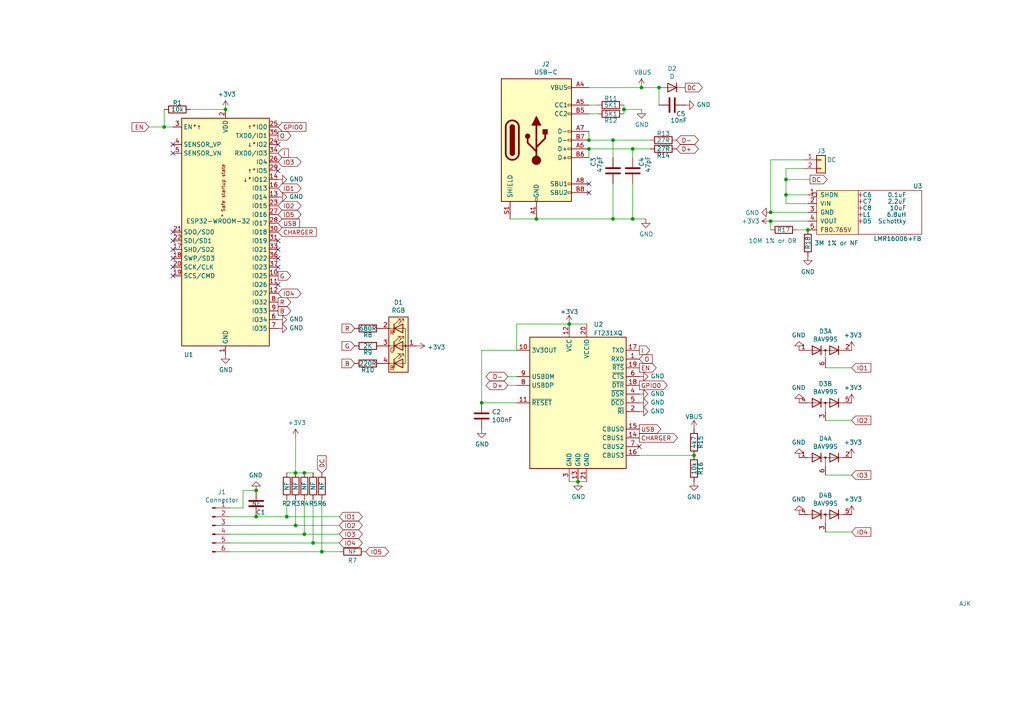
<source format=kicad_sch>
(kicad_sch (version 20211123) (generator eeschema)
  (paper "A4")
  (title_block (title "Generic ESP32 module") (date "${DATE}") (rev "6") (comment 1 "@TheRealRevK") (comment 2 "www.me.uk"))
  (lib_symbols
    (symbol "Connector:Conn_01x06_Male" (pin_names (offset 1.016) hide)
      (property "Reference" "J" (at 0 7.62 0))
      (property "Value" "Conn_01x06_Male" (at 0 -10.16 0))
      (symbol "Conn_01x06_Male_1_1"
        (polyline (pts (xy 1.27 -7.62) (xy 0.8636 -7.62)) (stroke (width 0.1524)))
        (polyline (pts (xy 1.27 -5.08) (xy 0.8636 -5.08)) (stroke (width 0.1524)))
        (polyline (pts (xy 1.27 -2.54) (xy 0.8636 -2.54)) (stroke (width 0.1524)))
        (polyline (pts (xy 1.27 0) (xy 0.8636 0)) (stroke (width 0.1524)))
        (polyline (pts (xy 1.27 2.54) (xy 0.8636 2.54)) (stroke (width 0.1524)))
        (polyline (pts (xy 1.27 5.08) (xy 0.8636 5.08)) (stroke (width 0.1524)))
        (rectangle (start 0.8636 -7.493) (end 0 -7.747) (stroke (width 0.1524)) (fill (type outline)))
        (rectangle (start 0.8636 -4.953) (end 0 -5.207) (stroke (width 0.1524)) (fill (type outline)))
        (rectangle (start 0.8636 -2.413) (end 0 -2.667) (stroke (width 0.1524)) (fill (type outline)))
        (rectangle (start 0.8636 0.127) (end 0 -0.127) (stroke (width 0.1524)) (fill (type outline)))
        (rectangle (start 0.8636 2.667) (end 0 2.413) (stroke (width 0.1524)) (fill (type outline)))
        (rectangle (start 0.8636 5.207) (end 0 4.953) (stroke (width 0.1524)) (fill (type outline)))
        (pin passive line (at 5.08 5.08 180) (length 3.81) (name "Pin_1") (number "1"))
        (pin passive line (at 5.08 2.54 180) (length 3.81) (name "Pin_2") (number "2"))
        (pin passive line (at 5.08 0 180) (length 3.81) (name "Pin_3") (number "3"))
        (pin passive line (at 5.08 -2.54 180) (length 3.81) (name "Pin_4") (number "4"))
        (pin passive line (at 5.08 -5.08 180) (length 3.81) (name "Pin_5") (number "5"))
        (pin passive line (at 5.08 -7.62 180) (length 3.81) (name "Pin_6") (number "6"))
      )
    )
    (symbol "Connector:USB_C_Receptacle_USB2.0" (pin_names (offset 1.016))
      (property "Reference" "J" (at -10.16 19.05 0))
      (property "Value" "USB_C_Receptacle_USB2.0" (at 19.05 19.05 0))
      (symbol "USB_C_Receptacle_USB2.0_0_0"
        (rectangle (start -0.254 -17.78) (end 0.254 -16.764))
        (rectangle (start 10.16 -14.986) (end 9.144 -15.494))
        (rectangle (start 10.16 -12.446) (end 9.144 -12.954))
        (rectangle (start 10.16 -4.826) (end 9.144 -5.334))
        (rectangle (start 10.16 -2.286) (end 9.144 -2.794))
        (rectangle (start 10.16 0.254) (end 9.144 -0.254))
        (rectangle (start 10.16 2.794) (end 9.144 2.286))
        (rectangle (start 10.16 7.874) (end 9.144 7.366))
        (rectangle (start 10.16 10.414) (end 9.144 9.906))
        (rectangle (start 10.16 15.494) (end 9.144 14.986))
      )
      (symbol "USB_C_Receptacle_USB2.0_0_1"
        (rectangle (start -10.16 17.78) (end 10.16 -17.78) (stroke (width 0.254)) (fill (type background)))
        (arc (start -8.89 -3.81) (mid -6.985 -5.715) (end -5.08 -3.81) (stroke (width 0.508)))
        (arc (start -7.62 -3.81) (mid -6.985 -4.445) (end -6.35 -3.81) (stroke (width 0.254)))
        (arc (start -7.62 -3.81) (mid -6.985 -4.445) (end -6.35 -3.81) (stroke (width 0.254)) (fill (type outline)))
        (rectangle (start -7.62 -3.81) (end -6.35 3.81) (stroke (width 0.254)) (fill (type outline)))
        (arc (start -6.35 3.81) (mid -6.985 4.445) (end -7.62 3.81) (stroke (width 0.254)))
        (arc (start -6.35 3.81) (mid -6.985 4.445) (end -7.62 3.81) (stroke (width 0.254)) (fill (type outline)))
        (arc (start -5.08 3.81) (mid -6.985 5.715) (end -8.89 3.81) (stroke (width 0.508)))
        (circle (center -2.54 1.143) (radius 0.635) (stroke (width 0.254)) (fill (type outline)))
        (circle (center 0 -5.842) (radius 1.27) (fill (type outline)))
        (polyline (pts (xy -8.89 -3.81) (xy -8.89 3.81)) (stroke (width 0.508)))
        (polyline (pts (xy -5.08 3.81) (xy -5.08 -3.81)) (stroke (width 0.508)))
        (polyline (pts (xy 0 -5.842) (xy 0 4.318)) (stroke (width 0.508)))
        (polyline (pts (xy 0 -3.302) (xy -2.54 -0.762) (xy -2.54 0.508)) (stroke (width 0.508)))
        (polyline (pts (xy 0 -2.032) (xy 2.54 0.508) (xy 2.54 1.778)) (stroke (width 0.508)))
        (polyline (pts (xy -1.27 4.318) (xy 0 6.858) (xy 1.27 4.318) (xy -1.27 4.318)) (stroke (width 0.254)) (fill (type outline)))
        (rectangle (start 1.905 1.778) (end 3.175 3.048) (stroke (width 0.254)) (fill (type outline)))
      )
      (symbol "USB_C_Receptacle_USB2.0_1_1"
        (pin passive line (at 0 -22.86 90) (length 5.08) (name "GND") (number "A1"))
        (pin passive line (at 0 -22.86 90) (length 5.08) hide (name "GND") (number "A12"))
        (pin passive line (at 15.24 15.24 180) (length 5.08) (name "VBUS") (number "A4"))
        (pin bidirectional line (at 15.24 10.16 180) (length 5.08) (name "CC1") (number "A5"))
        (pin bidirectional line (at 15.24 -2.54 180) (length 5.08) (name "D+") (number "A6"))
        (pin bidirectional line (at 15.24 2.54 180) (length 5.08) (name "D-") (number "A7"))
        (pin bidirectional line (at 15.24 -12.7 180) (length 5.08) (name "SBU1") (number "A8"))
        (pin passive line (at 15.24 15.24 180) (length 5.08) hide (name "VBUS") (number "A9"))
        (pin passive line (at 0 -22.86 90) (length 5.08) hide (name "GND") (number "B1"))
        (pin passive line (at 0 -22.86 90) (length 5.08) hide (name "GND") (number "B12"))
        (pin passive line (at 15.24 15.24 180) (length 5.08) hide (name "VBUS") (number "B4"))
        (pin bidirectional line (at 15.24 7.62 180) (length 5.08) (name "CC2") (number "B5"))
        (pin bidirectional line (at 15.24 -5.08 180) (length 5.08) (name "D+") (number "B6"))
        (pin bidirectional line (at 15.24 0 180) (length 5.08) (name "D-") (number "B7"))
        (pin bidirectional line (at 15.24 -15.24 180) (length 5.08) (name "SBU2") (number "B8"))
        (pin passive line (at 15.24 15.24 180) (length 5.08) hide (name "VBUS") (number "B9"))
        (pin passive line (at -7.62 -22.86 90) (length 5.08) (name "SHIELD") (number "S1"))
      )
    )
    (symbol "Device:C" (pin_numbers hide) (pin_names (offset 0.254))
      (property "Reference" "C" (at 0.635 2.54 0))
      (property "Value" "C" (at 0.635 -2.54 0))
      (symbol "C_0_1"
        (polyline (pts (xy -2.032 -0.762) (xy 2.032 -0.762)) (stroke (width 0.508)))
        (polyline (pts (xy -2.032 0.762) (xy 2.032 0.762)) (stroke (width 0.508)))
      )
      (symbol "C_1_1"
        (pin passive line (at 0 3.81 270) (length 2.794) (name "~") (number "1"))
        (pin passive line (at 0 -3.81 90) (length 2.794) (name "~") (number "2"))
      )
    )
    (symbol "Device:D" (pin_numbers hide) (pin_names (offset 1.016) hide)
      (property "Reference" "D" (at 0 2.54 0))
      (property "Value" "D" (at 0 -2.54 0))
      (symbol "D_0_1"
        (polyline (pts (xy -1.27 1.27) (xy -1.27 -1.27)) (stroke (width 0.254)))
        (polyline (pts (xy 1.27 0) (xy -1.27 0)))
        (polyline (pts (xy 1.27 1.27) (xy 1.27 -1.27) (xy -1.27 0) (xy 1.27 1.27)) (stroke (width 0.254)))
      )
      (symbol "D_1_1"
        (pin passive line (at -3.81 0 0) (length 2.54) (name "K") (number "1"))
        (pin passive line (at 3.81 0 180) (length 2.54) (name "A") (number "2"))
      )
    )
    (symbol "Device:LED_ARGB" (pin_names (offset 0) hide)
      (property "Reference" "D" (at 0 9.398 0))
      (property "Value" "LED_ARGB" (at 0 -8.89 0))
      (symbol "LED_ARGB_0_0"
        (text "B" (at -1.905 -6.35 0) (effects (font (size 1.27 1.27))))
        (text "G" (at -1.905 -1.27 0) (effects (font (size 1.27 1.27))))
        (text "R" (at -1.905 3.81 0) (effects (font (size 1.27 1.27))))
      )
      (symbol "LED_ARGB_0_1"
        (polyline (pts (xy -1.27 -5.08) (xy -2.54 -5.08)))
        (polyline (pts (xy -1.27 -5.08) (xy 1.27 -5.08)))
        (polyline (pts (xy -1.27 -3.81) (xy -1.27 -6.35)) (stroke (width 0.254)))
        (polyline (pts (xy -1.27 0) (xy -2.54 0)))
        (polyline (pts (xy -1.27 1.27) (xy -1.27 -1.27)) (stroke (width 0.254)))
        (polyline (pts (xy -1.27 5.08) (xy -2.54 5.08)))
        (polyline (pts (xy -1.27 5.08) (xy 1.27 5.08)))
        (polyline (pts (xy -1.27 6.35) (xy -1.27 3.81)) (stroke (width 0.254)))
        (polyline (pts (xy 1.27 0) (xy -1.27 0)))
        (polyline (pts (xy 1.27 0) (xy 2.54 0)))
        (polyline (pts (xy -1.27 1.27) (xy -1.27 -1.27) (xy -1.27 -1.27)))
        (polyline (pts (xy -1.27 6.35) (xy -1.27 3.81) (xy -1.27 3.81)))
        (polyline (pts (xy 1.27 -5.08) (xy 2.032 -5.08) (xy 2.032 5.08) (xy 1.27 5.08)))
        (polyline (pts (xy 1.27 -3.81) (xy 1.27 -6.35) (xy -1.27 -5.08) (xy 1.27 -3.81)) (stroke (width 0.254)))
        (polyline (pts (xy 1.27 1.27) (xy 1.27 -1.27) (xy -1.27 0) (xy 1.27 1.27)) (stroke (width 0.254)))
        (polyline (pts (xy 1.27 6.35) (xy 1.27 3.81) (xy -1.27 5.08) (xy 1.27 6.35)) (stroke (width 0.254)))
        (polyline (pts (xy -1.016 -3.81) (xy 0.508 -2.286) (xy -0.254 -2.286) (xy 0.508 -2.286) (xy 0.508 -3.048)))
        (polyline (pts (xy -1.016 1.27) (xy 0.508 2.794) (xy -0.254 2.794) (xy 0.508 2.794) (xy 0.508 2.032)))
        (polyline (pts (xy -1.016 6.35) (xy 0.508 7.874) (xy -0.254 7.874) (xy 0.508 7.874) (xy 0.508 7.112)))
        (polyline (pts (xy 0 -3.81) (xy 1.524 -2.286) (xy 0.762 -2.286) (xy 1.524 -2.286) (xy 1.524 -3.048)))
        (polyline (pts (xy 0 1.27) (xy 1.524 2.794) (xy 0.762 2.794) (xy 1.524 2.794) (xy 1.524 2.032)))
        (polyline (pts (xy 0 6.35) (xy 1.524 7.874) (xy 0.762 7.874) (xy 1.524 7.874) (xy 1.524 7.112)))
        (rectangle (start 1.27 -1.27) (end 1.27 1.27))
        (rectangle (start 1.27 1.27) (end 1.27 1.27))
        (rectangle (start 1.27 3.81) (end 1.27 6.35))
        (rectangle (start 1.27 6.35) (end 1.27 6.35))
        (circle (center 2.032 0) (radius 0.254) (fill (type outline)))
        (rectangle (start 2.794 8.382) (end -2.794 -7.62) (stroke (width 0.254)) (fill (type background)))
      )
      (symbol "LED_ARGB_1_1"
        (pin passive line (at 5.08 0 180) (length 2.54) (name "A") (number "1"))
        (pin passive line (at -5.08 5.08 0) (length 2.54) (name "RK") (number "2"))
        (pin passive line (at -5.08 0 0) (length 2.54) (name "GK") (number "3"))
        (pin passive line (at -5.08 -5.08 0) (length 2.54) (name "BK") (number "4"))
      )
    )
    (symbol "Device:R" (pin_numbers hide) (pin_names (offset 0))
      (property "Reference" "R" (at 2.032 0 90))
      (property "Value" "R" (at 0 0 90))
      (symbol "R_0_1"
        (rectangle (start -1.016 -2.54) (end 1.016 2.54) (stroke (width 0.254)))
      )
      (symbol "R_1_1"
        (pin passive line (at 0 3.81 270) (length 1.27) (name "~") (number "1"))
        (pin passive line (at 0 -3.81 90) (length 1.27) (name "~") (number "2"))
      )
    )
    (symbol "Diode:BAV99S" (pin_names (offset 0.0254) hide)
      (property "Reference" "D" (at 0 2.54 0))
      (property "Value" "BAV99S" (at 0 5.08 0))
      (symbol "BAV99S_0_1"
        (polyline (pts (xy -5.08 0) (xy 5.08 0)))
        (polyline (pts (xy 0 0) (xy 0 -2.54)))
        (polyline (pts (xy -1.27 -1.27) (xy -1.27 1.27) (xy -1.27 1.27)) (stroke (width 0.254)))
        (polyline (pts (xy 3.81 1.27) (xy 3.81 -1.27) (xy 3.81 -1.27)) (stroke (width 0.254)))
        (polyline (pts (xy -3.81 1.27) (xy -1.27 0) (xy -3.81 -1.27) (xy -3.81 1.27) (xy -3.81 1.27) (xy -3.81 1.27)) (stroke (width 0.254)))
        (polyline (pts (xy 1.27 1.27) (xy 3.81 0) (xy 1.27 -1.27) (xy 1.27 1.27) (xy 1.27 1.27) (xy 1.27 1.27)) (stroke (width 0.254)))
        (circle (center 0 0) (radius 0.254) (fill (type outline)))
      )
      (symbol "BAV99S_1_1"
        (polyline (pts (xy 6.35 0) (xy 7.62 0)))
        (pin passive line (at -7.62 0 0) (length 2.54) (name "A1") (number "1"))
        (pin passive line (at 7.62 0 180) (length 2.54) (name "K2") (number "2"))
        (pin passive line (at 0 -5.08 90) (length 2.54) (name "K3A4") (number "6"))
      )
      (symbol "BAV99S_2_1"
        (polyline (pts (xy 6.35 0) (xy 7.62 0)))
        (pin passive line (at 0 -5.08 90) (length 2.54) (name "K1A2") (number "3"))
        (pin passive line (at -7.62 0 0) (length 2.54) (name "A3") (number "4"))
        (pin passive line (at 7.62 0 180) (length 2.54) (name "K4") (number "5"))
      )
    )
    (symbol "RevK:AJK" (pin_names (offset 1.016)) (in_bom no)
      (property "Value" "AJK" (at 0 0 0))
    )
    (symbol "RevK:ESP32-WROOM-32"
      (property "Reference" "U" (at -12.7 34.29 0))
      (property "Value" "ESP32-WROOM-32" (at 1.27 34.29 0))
      (symbol "ESP32-WROOM-32_0_0"
        (text "* Safe startup state" (at -0.635 12.065 900) (effects (font (size 1 1))))
        (text "*↑" (at -9.525 30.48 0) (effects (font (size 1.27 1.27)) (justify left)))
        (text "↑*" (at 8.89 17.78 0) (effects (font (size 1.27 1.27)) (justify right)))
        (text "↑*" (at 8.89 30.48 0) (effects (font (size 1.27 1.27)) (justify right)))
        (text "↓*" (at 7.62 15.24 0) (effects (font (size 1.27 1.27)) (justify right)))
        (text "↓*" (at 8.89 25.4 0) (effects (font (size 1.27 1.27)) (justify right)))
      )
      (symbol "ESP32-WROOM-32_0_1"
        (rectangle (start -12.7 33.02) (end 12.7 -33.02) (stroke (width 0.254)) (fill (type background)))
      )
      (symbol "ESP32-WROOM-32_1_1"
        (pin power_in line (at 0 -35.56 90) (length 2.54) (name "GND") (number "1"))
        (pin bidirectional line (at 15.24 -12.7 180) (length 2.54) (name "IO25") (number "10"))
        (pin bidirectional line (at 15.24 -15.24 180) (length 2.54) (name "IO26") (number "11"))
        (pin bidirectional line (at 15.24 -17.78 180) (length 2.54) (name "IO27") (number "12"))
        (pin bidirectional line (at 15.24 10.16 180) (length 2.54) (name "IO14") (number "13"))
        (pin bidirectional line (at 15.24 15.24 180) (length 2.54) (name "IO12") (number "14"))
        (pin passive line (at 0 -35.56 90) (length 2.54) hide (name "GND") (number "15"))
        (pin bidirectional line (at 15.24 12.7 180) (length 2.54) (name "IO13") (number "16"))
        (pin bidirectional line (at -15.24 -5.08 0) (length 2.54) (name "SHD/SD2") (number "17"))
        (pin bidirectional line (at -15.24 -7.62 0) (length 2.54) (name "SWP/SD3") (number "18"))
        (pin bidirectional line (at -15.24 -12.7 0) (length 2.54) (name "SCS/CMD") (number "19"))
        (pin power_in line (at 0 35.56 270) (length 2.54) (name "VDD") (number "2"))
        (pin bidirectional line (at -15.24 -10.16 0) (length 2.54) (name "SCK/CLK") (number "20"))
        (pin bidirectional line (at -15.24 0 0) (length 2.54) (name "SDO/SD0") (number "21"))
        (pin bidirectional line (at -15.24 -2.54 0) (length 2.54) (name "SDI/SD1") (number "22"))
        (pin bidirectional line (at 15.24 7.62 180) (length 2.54) (name "IO15") (number "23"))
        (pin bidirectional line (at 15.24 25.4 180) (length 2.54) (name "IO2") (number "24"))
        (pin bidirectional line (at 15.24 30.48 180) (length 2.54) (name "IO0") (number "25"))
        (pin bidirectional line (at 15.24 20.32 180) (length 2.54) (name "IO4") (number "26"))
        (pin bidirectional line (at 15.24 5.08 180) (length 2.54) (name "IO16") (number "27"))
        (pin bidirectional line (at 15.24 2.54 180) (length 2.54) (name "IO17") (number "28"))
        (pin bidirectional line (at 15.24 17.78 180) (length 2.54) (name "IO5") (number "29"))
        (pin input line (at -15.24 30.48 0) (length 2.54) (name "EN") (number "3"))
        (pin bidirectional line (at 15.24 0 180) (length 2.54) (name "IO18") (number "30"))
        (pin bidirectional line (at 15.24 -2.54 180) (length 2.54) (name "IO19") (number "31"))
        (pin no_connect line (at -12.7 -27.94 0) (length 2.54) hide (name "NC") (number "32"))
        (pin bidirectional line (at 15.24 -5.08 180) (length 2.54) (name "IO21") (number "33"))
        (pin bidirectional line (at 15.24 22.86 180) (length 2.54) (name "RXD0/IO3") (number "34"))
        (pin bidirectional line (at 15.24 27.94 180) (length 2.54) (name "TXD0/IO1") (number "35"))
        (pin bidirectional line (at 15.24 -7.62 180) (length 2.54) (name "IO22") (number "36"))
        (pin bidirectional line (at 15.24 -10.16 180) (length 2.54) (name "IO23") (number "37"))
        (pin passive line (at 0 -35.56 90) (length 2.54) hide (name "GND") (number "38"))
        (pin passive line (at 0 -35.56 90) (length 2.54) hide (name "GND") (number "39"))
        (pin input line (at -15.24 25.4 0) (length 2.54) (name "SENSOR_VP") (number "4"))
        (pin input line (at -15.24 22.86 0) (length 2.54) (name "SENSOR_VN") (number "5"))
        (pin input line (at 15.24 -25.4 180) (length 2.54) (name "IO34") (number "6"))
        (pin input line (at 15.24 -27.94 180) (length 2.54) (name "IO35") (number "7"))
        (pin bidirectional line (at 15.24 -20.32 180) (length 2.54) (name "IO32") (number "8"))
        (pin bidirectional line (at 15.24 -22.86 180) (length 2.54) (name "IO33") (number "9"))
      )
    )
    (symbol "RevK:FT231XQ"
      (property "Reference" "U" (at -13.97 20.32 0))
      (property "Value" "FT231XQ" (at 6.35 20.32 0))
      (symbol "FT231XQ_0_1"
        (rectangle (start -13.97 19.05) (end 13.97 -19.05) (stroke (width 0.254)) (fill (type background)))
      )
      (symbol "FT231XQ_1_1"
        (pin input line (at 17.78 12.7 180) (length 3.81) (name "RXD") (number "1"))
        (pin power_out line (at -17.78 15.24 0) (length 3.81) (name "3V3OUT") (number "10"))
        (pin input line (at -17.78 0 0) (length 3.81) (name "~{RESET}") (number "11"))
        (pin power_in line (at -2.54 22.86 270) (length 3.81) (name "VCC") (number "12"))
        (pin power_in line (at 0 -22.86 90) (length 3.81) (name "GND") (number "13"))
        (pin bidirectional line (at 17.78 -10.16 180) (length 3.81) (name "CBUS1") (number "14"))
        (pin bidirectional line (at 17.78 -7.62 180) (length 3.81) (name "CBUS0") (number "15"))
        (pin bidirectional line (at 17.78 -15.24 180) (length 3.81) (name "CBUS3") (number "16"))
        (pin output line (at 17.78 15.24 180) (length 3.81) (name "TXD") (number "17"))
        (pin output line (at 17.78 5.08 180) (length 3.81) (name "~{DTR}") (number "18"))
        (pin output line (at 17.78 10.16 180) (length 3.81) (name "~{RTS}") (number "19"))
        (pin input line (at 17.78 -2.54 180) (length 3.81) (name "~{RI}") (number "2"))
        (pin power_in line (at 2.54 22.86 270) (length 3.81) (name "VCCIO") (number "20"))
        (pin power_in line (at 2.54 -22.86 90) (length 3.81) (name "GND") (number "21"))
        (pin power_in line (at -2.54 -22.86 90) (length 3.81) (name "GND") (number "3"))
        (pin input line (at 17.78 2.54 180) (length 3.81) (name "~{DSR}") (number "4"))
        (pin input line (at 17.78 0 180) (length 3.81) (name "~{DCD}") (number "5"))
        (pin input line (at 17.78 7.62 180) (length 3.81) (name "~{CTS}") (number "6"))
        (pin bidirectional line (at 17.78 -12.7 180) (length 3.81) (name "CBUS2") (number "7"))
        (pin bidirectional line (at -17.78 5.08 0) (length 3.81) (name "USBDP") (number "8"))
        (pin bidirectional line (at -17.78 7.62 0) (length 3.81) (name "USBDM") (number "9"))
      )
    )
    (symbol "RevK:Hidden" (pin_names (offset 1.016))
      (property "Reference" "Z" (at 0.635 0 0))
      (property "Value" "Hidden" (at 4.445 0 0))
      (symbol "Hidden_0_1"
        (polyline (pts (xy -0.635 0) (xy 0.635 0)) (stroke (width 0.1524)))
        (polyline (pts (xy 0 0.635) (xy 0 -0.635)) (stroke (width 0.1524)))
      )
      (symbol "Hidden_1_1"
        (pin no_connect non_logic (at 0 -2.54 90) (length 2.54) hide (name "~") (number "~"))
      )
    )
    (symbol "RevK:LMR16006+FB" (pin_names (offset 1.016))
      (property "Reference" "U" (at 11.43 2.54 0))
      (property "Value" "LMR16006+FB" (at 7.62 -12.7 0))
      (symbol "LMR16006+FB_0_0"
        (rectangle (start 2.54 1.27) (end 14.605 -11.43) (fill (type background)))
        (text "0.765V" (at 12.7 -10.16 0) (effects (font (size 1.27 1.27)) (justify right)))
      )
      (symbol "LMR16006+FB_0_1"
        (rectangle (start 14.605 1.27) (end 33.02 -11.43))
      )
      (symbol "LMR16006+FB_1_1"
        (pin input inverted (at 0 0 0) (length 2.54) (name "SHDN") (number "1"))
        (pin power_in line (at 0 -2.54 0) (length 2.54) (name "VIN") (number "2"))
        (pin power_in line (at 0 -5.08 0) (length 2.54) (name "GND") (number "3"))
        (pin power_out line (at 0 -7.62 0) (length 2.54) (name "VOUT") (number "4"))
        (pin passive line (at 0 -10.16 0) (length 2.54) (name "FB") (number "5"))
      )
    )
    (symbol "RevK:PowerIn" (pin_names (offset 1.016) hide)
      (property "Reference" "J" (at 0 2.54 0))
      (property "Value" "PowerIn" (at 0 -5.08 0))
      (symbol "PowerIn_1_1"
        (rectangle (start -1.27 -2.413) (end 0 -2.667) (stroke (width 0.1524)))
        (rectangle (start -1.27 0.127) (end 0 -0.127) (stroke (width 0.1524)))
        (rectangle (start -1.27 1.27) (end 1.27 -3.81) (stroke (width 0.254)) (fill (type background)))
        (pin power_out line (at -5.08 0 0) (length 3.81) (name "Pin_1") (number "1"))
        (pin power_out line (at -5.08 -2.54 0) (length 3.81) (name "Pin_2") (number "2"))
      )
    )
    (symbol "power:+3.3V" (power) (pin_names (offset 0))
      (property "Value" "+3.3V" (at 0 3.556 0))
      (symbol "+3.3V_0_1"
        (polyline (pts (xy -0.762 1.27) (xy 0 2.54)))
        (polyline (pts (xy 0 0) (xy 0 2.54)))
        (polyline (pts (xy 0 2.54) (xy 0.762 1.27)))
      )
      (symbol "+3.3V_1_1"
        (pin power_in line (at 0 0 90) (length 0) hide (name "+3V3") (number "1"))
      )
    )
    (symbol "power:GND" (power) (pin_names (offset 0))
      (property "Value" "GND" (at 0 -3.81 0))
      (symbol "GND_0_1"
        (polyline (pts (xy 0 0) (xy 0 -1.27) (xy 1.27 -1.27) (xy 0 -2.54) (xy -1.27 -1.27) (xy 0 -1.27)))
      )
      (symbol "GND_1_1"
        (pin power_in line (at 0 0 270) (length 0) hide (name "GND") (number "1"))
      )
    )
    (symbol "power:VBUS" (power) (pin_names (offset 0))
      (property "Value" "VBUS" (at 0 3.81 0))
      (symbol "VBUS_0_1"
        (polyline (pts (xy -0.762 1.27) (xy 0 2.54)))
        (polyline (pts (xy 0 0) (xy 0 2.54)))
        (polyline (pts (xy 0 2.54) (xy 0.762 1.27)))
      )
      (symbol "VBUS_1_1"
        (pin power_in line (at 0 0 90) (length 0) hide (name "VBUS") (number "1"))
      )
    )
  )
  (junction (at 183.515 43.18))
  (junction (at 234.315 66.675))
  (junction (at 165.1 93.98))
  (junction (at 47.625 36.83))
  (junction (at 183.515 63.5))
  (junction (at 85.725 152.4))
  (junction (at 170.815 43.18))
  (junction (at 90.805 157.48))
  (junction (at 227.965 52.07))
  (junction (at 88.265 137.16))
  (junction (at 227.965 56.515))
  (junction (at 65.405 31.75))
  (junction (at 93.345 160.02))
  (junction (at 74.295 142.24))
  (junction (at 74.295 149.86))
  (junction (at 83.185 149.86))
  (junction (at 155.575 63.5))
  (junction (at 167.64 139.7))
  (junction (at 139.7 116.84))
  (junction (at 201.295 132.08))
  (junction (at 223.52 61.595))
  (junction (at 177.8 63.5))
  (junction (at 223.52 64.135))
  (junction (at 186.055 25.4))
  (junction (at 177.8 40.64))
  (junction (at 180.975 31.75))
  (junction (at 88.265 154.94))
  (junction (at 191.135 25.4))
  (junction (at 85.725 137.16))
  (junction (at 170.815 40.64))
  (no_connect (at 80.645 74.93))
  (no_connect (at 80.645 82.55))
  (no_connect (at 170.815 53.34))
  (no_connect (at 50.165 80.01))
  (no_connect (at 50.165 74.93))
  (no_connect (at 80.645 49.53))
  (no_connect (at 80.645 41.91))
  (no_connect (at 50.165 69.85))
  (no_connect (at 50.165 67.31))
  (no_connect (at 50.165 44.45))
  (no_connect (at 80.645 72.39))
  (no_connect (at 80.645 69.85))
  (no_connect (at 50.165 72.39))
  (no_connect (at 185.42 129.54))
  (no_connect (at 170.815 55.88))
  (no_connect (at 80.645 77.47))
  (no_connect (at 50.165 77.47))
  (no_connect (at 50.165 41.91))
  (wire (pts (xy 90.805 137.16) (xy 88.265 137.16)))
  (wire (pts (xy 183.515 43.18) (xy 188.595 43.18)))
  (wire (pts (xy 177.8 53.34) (xy 177.8 63.5)))
  (wire (pts (xy 227.965 52.07) (xy 234.95 52.07)))
  (wire (pts (xy 139.7 116.84) (xy 149.86 116.84)))
  (wire (pts (xy 180.975 31.75) (xy 180.975 33.02)))
  (wire (pts (xy 66.675 147.32) (xy 70.485 147.32)))
  (wire (pts (xy 186.055 25.4) (xy 191.135 25.4)))
  (wire (pts (xy 183.515 63.5) (xy 187.325 63.5)))
  (wire (pts (xy 85.725 137.16) (xy 85.725 127)))
  (wire (pts (xy 227.965 56.515) (xy 227.965 59.055)))
  (wire (pts (xy 170.815 40.64) (xy 177.8 40.64)))
  (wire (pts (xy 227.965 56.515) (xy 234.315 56.515)))
  (wire (pts (xy 191.135 25.4) (xy 191.135 30.48)))
  (wire (pts (xy 223.52 64.135) (xy 234.315 64.135)))
  (wire (pts (xy 231.14 66.675) (xy 234.315 66.675)))
  (wire (pts (xy 227.965 52.07) (xy 227.965 56.515)))
  (wire (pts (xy 233.045 48.895) (xy 227.965 48.895)))
  (wire (pts (xy 139.7 116.84) (xy 139.7 101.6)))
  (wire (pts (xy 185.42 132.08) (xy 201.295 132.08)))
  (wire (pts (xy 239.395 106.68) (xy 247.015 106.68)))
  (wire (pts (xy 83.185 137.16) (xy 85.725 137.16)))
  (wire (pts (xy 223.52 64.135) (xy 223.52 66.675)))
  (wire (pts (xy 239.395 137.795) (xy 247.015 137.795)))
  (wire (pts (xy 183.515 43.18) (xy 183.515 45.72)))
  (wire (pts (xy 227.965 48.895) (xy 227.965 52.07)))
  (wire (pts (xy 149.86 101.6) (xy 149.86 93.98)))
  (wire (pts (xy 223.52 46.355) (xy 233.045 46.355)))
  (wire (pts (xy 70.485 147.32) (xy 70.485 142.24)))
  (wire (pts (xy 149.86 93.98) (xy 165.1 93.98)))
  (wire (pts (xy 147.955 63.5) (xy 155.575 63.5)))
  (wire (pts (xy 88.265 144.78) (xy 88.265 154.94)))
  (wire (pts (xy 66.675 160.02) (xy 93.345 160.02)))
  (wire (pts (xy 66.675 152.4) (xy 85.725 152.4)))
  (wire (pts (xy 170.815 38.1) (xy 170.815 40.64)))
  (wire (pts (xy 177.8 63.5) (xy 183.515 63.5)))
  (wire (pts (xy 186.055 31.75) (xy 180.975 31.75)))
  (wire (pts (xy 167.64 139.7) (xy 170.18 139.7)))
  (wire (pts (xy 149.86 109.22) (xy 147.32 109.22)))
  (wire (pts (xy 155.575 63.5) (xy 177.8 63.5)))
  (wire (pts (xy 239.395 154.305) (xy 247.015 154.305)))
  (wire (pts (xy 66.675 157.48) (xy 90.805 157.48)))
  (wire (pts (xy 170.815 45.72) (xy 170.815 43.18)))
  (wire (pts (xy 90.805 157.48) (xy 98.425 157.48)))
  (wire (pts (xy 180.975 30.48) (xy 180.975 31.75)))
  (wire (pts (xy 90.805 144.78) (xy 90.805 157.48)))
  (wire (pts (xy 47.625 31.75) (xy 47.625 36.83)))
  (wire (pts (xy 85.725 144.78) (xy 85.725 152.4)))
  (wire (pts (xy 170.815 30.48) (xy 173.355 30.48)))
  (wire (pts (xy 88.265 154.94) (xy 98.425 154.94)))
  (wire (pts (xy 170.815 33.02) (xy 173.355 33.02)))
  (wire (pts (xy 170.815 43.18) (xy 183.515 43.18)))
  (wire (pts (xy 66.675 149.86) (xy 74.295 149.86)))
  (wire (pts (xy 85.725 152.4) (xy 98.425 152.4)))
  (wire (pts (xy 147.32 111.76) (xy 149.86 111.76)))
  (wire (pts (xy 55.245 31.75) (xy 65.405 31.75)))
  (wire (pts (xy 43.18 36.83) (xy 47.625 36.83)))
  (wire (pts (xy 83.185 144.78) (xy 83.185 149.86)))
  (wire (pts (xy 70.485 142.24) (xy 74.295 142.24)))
  (wire (pts (xy 165.1 93.98) (xy 170.18 93.98)))
  (wire (pts (xy 74.295 149.86) (xy 83.185 149.86)))
  (wire (pts (xy 88.265 137.16) (xy 85.725 137.16)))
  (wire (pts (xy 183.515 53.34) (xy 183.515 63.5)))
  (wire (pts (xy 139.7 101.6) (xy 149.86 101.6)))
  (wire (pts (xy 223.52 61.595) (xy 234.315 61.595)))
  (wire (pts (xy 66.675 154.94) (xy 88.265 154.94)))
  (wire (pts (xy 93.345 144.78) (xy 93.345 160.02)))
  (wire (pts (xy 223.52 61.595) (xy 223.52 46.355)))
  (wire (pts (xy 165.1 139.7) (xy 167.64 139.7)))
  (wire (pts (xy 170.815 25.4) (xy 186.055 25.4)))
  (wire (pts (xy 47.625 36.83) (xy 50.165 36.83)))
  (wire (pts (xy 93.345 160.02) (xy 98.425 160.02)))
  (wire (pts (xy 239.395 121.92) (xy 247.015 121.92)))
  (wire (pts (xy 83.185 149.86) (xy 98.425 149.86)))
  (wire (pts (xy 227.965 59.055) (xy 234.315 59.055)))
  (wire (pts (xy 177.8 40.64) (xy 177.8 45.72)))
  (wire (pts (xy 177.8 40.64) (xy 188.595 40.64)))
  (global_label "D-" (shape bidirectional) (at 147.32 109.22 180) (property "Intersheet References" "${INTERSHEET_REFS}" (effects hide)))
  (global_label "CHARGER" (shape output) (at 185.42 127 0) (property "Intersheet References" "${INTERSHEET_REFS}" (effects hide)))
  (global_label "G" (shape input) (at 102.87 100.33 180) (property "Intersheet References" "${INTERSHEET_REFS}" (effects hide)))
  (global_label "DC" (shape output) (at 234.95 52.07 0) (property "Intersheet References" "${INTERSHEET_REFS}" (effects hide)))
  (global_label "CHARGER" (shape input) (at 80.645 67.31 0) (property "Intersheet References" "${INTERSHEET_REFS}" (effects hide)))
  (global_label "IO3" (shape bidirectional) (at 80.645 46.99 0) (property "Intersheet References" "${INTERSHEET_REFS}" (effects hide)))
  (global_label "IO1" (shape bidirectional) (at 98.425 149.86 0) (property "Intersheet References" "${INTERSHEET_REFS}" (effects hide)))
  (global_label "USB" (shape output) (at 185.42 124.46 0) (property "Intersheet References" "${INTERSHEET_REFS}" (effects hide)))
  (global_label "IO4" (shape bidirectional) (at 98.425 157.48 0) (property "Intersheet References" "${INTERSHEET_REFS}" (effects hide)))
  (global_label "IO5" (shape bidirectional) (at 80.645 62.23 0) (property "Intersheet References" "${INTERSHEET_REFS}" (effects hide)))
  (global_label "IO1" (shape bidirectional) (at 80.645 54.61 0) (property "Intersheet References" "${INTERSHEET_REFS}" (effects hide)))
  (global_label "DC" (shape input) (at 93.345 137.16 90) (property "Intersheet References" "${INTERSHEET_REFS}" (effects hide)))
  (global_label "O" (shape output) (at 80.645 39.37 0) (property "Intersheet References" "${INTERSHEET_REFS}" (effects hide)))
  (global_label "IO3" (shape bidirectional) (at 98.425 154.94 0) (property "Intersheet References" "${INTERSHEET_REFS}" (effects hide)))
  (global_label "D+" (shape bidirectional) (at 196.215 43.18 0) (property "Intersheet References" "${INTERSHEET_REFS}" (effects hide)))
  (global_label "EN" (shape input) (at 43.18 36.83 180) (property "Intersheet References" "${INTERSHEET_REFS}" (effects hide)))
  (global_label "IO4" (shape input) (at 247.015 154.305 0) (property "Intersheet References" "${INTERSHEET_REFS}" (effects hide)))
  (global_label "G" (shape output) (at 80.645 80.01 0) (property "Intersheet References" "${INTERSHEET_REFS}" (effects hide)))
  (global_label "IO3" (shape input) (at 247.015 137.795 0) (property "Intersheet References" "${INTERSHEET_REFS}" (effects hide)))
  (global_label "D+" (shape bidirectional) (at 147.32 111.76 180) (property "Intersheet References" "${INTERSHEET_REFS}" (effects hide)))
  (global_label "IO2" (shape bidirectional) (at 80.645 59.69 0) (property "Intersheet References" "${INTERSHEET_REFS}" (effects hide)))
  (global_label "I" (shape input) (at 80.645 44.45 0) (property "Intersheet References" "${INTERSHEET_REFS}" (effects hide)))
  (global_label "B" (shape input) (at 102.87 105.41 180) (property "Intersheet References" "${INTERSHEET_REFS}" (effects hide)))
  (global_label "D-" (shape bidirectional) (at 196.215 40.64 0) (property "Intersheet References" "${INTERSHEET_REFS}" (effects hide)))
  (global_label "IO4" (shape bidirectional) (at 80.645 85.09 0) (property "Intersheet References" "${INTERSHEET_REFS}" (effects hide)))
  (global_label "GPIO0" (shape output) (at 185.42 111.76 0) (property "Intersheet References" "${INTERSHEET_REFS}" (effects hide)))
  (global_label "IO2" (shape input) (at 247.015 121.92 0) (property "Intersheet References" "${INTERSHEET_REFS}" (effects hide)))
  (global_label "IO1" (shape input) (at 247.015 106.68 0) (property "Intersheet References" "${INTERSHEET_REFS}" (effects hide)))
  (global_label "USB" (shape input) (at 80.645 64.77 0) (property "Intersheet References" "${INTERSHEET_REFS}" (effects hide)))
  (global_label "R" (shape output) (at 80.645 87.63 0) (property "Intersheet References" "${INTERSHEET_REFS}" (effects hide)))
  (global_label "IO2" (shape bidirectional) (at 98.425 152.4 0) (property "Intersheet References" "${INTERSHEET_REFS}" (effects hide)))
  (global_label "EN" (shape output) (at 185.42 106.68 0) (property "Intersheet References" "${INTERSHEET_REFS}" (effects hide)))
  (global_label "DC" (shape output) (at 198.755 25.4 0) (property "Intersheet References" "${INTERSHEET_REFS}" (effects hide)))
  (global_label "I" (shape output) (at 185.42 101.6 0) (property "Intersheet References" "${INTERSHEET_REFS}" (effects hide)))
  (global_label "R" (shape input) (at 102.87 95.25 180) (property "Intersheet References" "${INTERSHEET_REFS}" (effects hide)))
  (global_label "B" (shape output) (at 80.645 90.17 0) (property "Intersheet References" "${INTERSHEET_REFS}" (effects hide)))
  (global_label "O" (shape input) (at 185.42 104.14 0) (property "Intersheet References" "${INTERSHEET_REFS}" (effects hide)))
  (global_label "IO5" (shape bidirectional) (at 106.045 160.02 0) (property "Intersheet References" "${INTERSHEET_REFS}" (effects hide)))
  (global_label "GPIO0" (shape input) (at 80.645 36.83 0) (property "Intersheet References" "${INTERSHEET_REFS}" (effects hide)))
  (symbol (lib_id "Device:R") (at 177.165 30.48 90) (unit 1)
    (property "Reference" "R11" (at 177.165 28.575 90))
    (property "Value" "5K1" (at 177.165 30.48 90))
    (property "Footprint" "RevK:R_0603" (effects hide))
  )
  (symbol (lib_id "Device:R") (at 83.185 140.97 0) (unit 1) (in_bom no)
    (property "Reference" "R2" (at 84.455 146.05 0) (effects (justify right)))
    (property "Value" "NF" (at 83.185 139.7 90) (effects (justify right)))
    (property "Footprint" "RevK:Pad_1206_0805_Open" (effects hide))
    (property "Notes" "Not fitted" (effects hide))
  )
  (symbol (lib_id "Device:R") (at 85.725 140.97 0) (unit 1) (in_bom no)
    (property "Reference" "R3" (at 84.455 146.05 0) (effects (justify left)))
    (property "Value" "NF" (at 85.725 142.24 90) (effects (justify left)))
    (property "Footprint" "RevK:Pad_1206_0805_Open" (effects hide))
    (property "Notes" "Not fitted" (effects hide))
  )
  (symbol (lib_id "Device:R") (at 88.265 140.97 0) (unit 1) (in_bom no)
    (property "Reference" "R4" (at 86.995 146.05 0) (effects (justify left)))
    (property "Value" "NF" (at 88.265 142.24 90) (effects (justify left)))
    (property "Footprint" "RevK:Pad_1206_0805_Open" (effects hide))
    (property "Notes" "Not fitted" (effects hide))
  )
  (symbol (lib_id "RevK:PowerIn") (at 238.125 46.355 0) (unit 1)
    (property "Reference" "J3" (at 239.395 43.815 0) (effects (justify right)))
    (property "Value" "DC" (at 242.57 46.355 0) (effects (justify right)))
    (property "Footprint" "Connector_PinHeader_2.54mm:PinHeader_1x02_P2.54mm_Vertical" (effects hide))
    (property "Notes" "Not fitted" (effects hide))
  )
  (symbol (lib_id "power:VBUS") (at 186.055 25.4 0) (unit 1)
    (property "Reference" "#PWR017" (effects hide))
    (property "Value" "VBUS" (at 186.436 21.0058 0))
  )
  (symbol (lib_id "power:+3.3V") (at 65.405 31.75 0) (unit 1)
    (property "Reference" "#PWR01" (effects hide))
    (property "Value" "+3.3V" (at 65.786 27.3558 0))
  )
  (symbol (lib_id "power:GND") (at 186.055 31.75 0) (unit 1)
    (property "Reference" "#PWR018" (effects hide))
    (property "Value" "GND" (at 186.182 36.1442 0))
  )
  (symbol (lib_id "power:GND") (at 187.325 63.5 0) (unit 1)
    (property "Reference" "#PWR019" (effects hide))
    (property "Value" "GND" (at 187.452 67.8942 0))
  )
  (symbol (lib_id "Device:R") (at 177.165 33.02 270) (unit 1)
    (property "Reference" "R12" (at 177.165 34.925 90))
    (property "Value" "5K1" (at 177.165 33.02 90))
    (property "Footprint" "RevK:R_0603" (effects hide))
  )
  (symbol (lib_id "power:+3.3V") (at 85.725 127 0) (unit 1)
    (property "Reference" "#PWR08" (effects hide))
    (property "Value" "+3.3V" (at 86.106 122.6058 0))
  )
  (symbol (lib_id "power:GND") (at 185.42 109.22 90) (unit 1)
    (property "Reference" "#PWR013" (effects hide))
    (property "Value" "GND" (at 188.6712 109.093 90) (effects (justify right)))
  )
  (symbol (lib_id "power:GND") (at 185.42 114.3 90) (unit 1)
    (property "Reference" "#PWR014" (effects hide))
    (property "Value" "GND" (at 188.6712 114.173 90) (effects (justify right)))
  )
  (symbol (lib_id "power:GND") (at 185.42 116.84 90) (unit 1)
    (property "Reference" "#PWR015" (effects hide))
    (property "Value" "GND" (at 188.6712 116.713 90) (effects (justify right)))
  )
  (symbol (lib_id "power:GND") (at 185.42 119.38 90) (unit 1)
    (property "Reference" "#PWR016" (effects hide))
    (property "Value" "GND" (at 188.6712 119.253 90) (effects (justify right)))
  )
  (symbol (lib_id "power:GND") (at 167.64 139.7 0) (unit 1)
    (property "Reference" "#PWR012" (effects hide))
    (property "Value" "GND" (at 167.767 144.0942 0))
  )
  (symbol (lib_id "power:GND") (at 223.52 61.595 270) (unit 1)
    (property "Reference" "#PWR023" (effects hide))
    (property "Value" "GND" (at 220.2688 61.722 90) (effects (justify right)))
  )
  (symbol (lib_id "power:+3.3V") (at 223.52 64.135 90) (unit 1)
    (property "Reference" "#PWR024" (effects hide))
    (property "Value" "+3.3V" (at 220.345 64.135 90) (effects (justify left)))
  )
  (symbol (lib_id "power:GND") (at 80.645 57.15 90) (unit 1)
    (property "Reference" "#PWR05" (effects hide))
    (property "Value" "GND" (at 83.8962 57.023 90) (effects (justify right)))
  )
  (symbol (lib_id "power:GND") (at 80.645 52.07 90) (unit 1)
    (property "Reference" "#PWR04" (effects hide))
    (property "Value" "GND" (at 83.8962 51.943 90) (effects (justify right)))
  )
  (symbol (lib_id "power:GND") (at 65.405 102.87 0) (unit 1)
    (property "Reference" "#PWR02" (effects hide))
    (property "Value" "GND" (at 65.532 107.2642 0))
  )
  (symbol (lib_id "power:GND") (at 80.645 95.25 90) (unit 1)
    (property "Reference" "#PWR07" (effects hide))
    (property "Value" "GND" (at 83.8962 95.123 90) (effects (justify right)))
  )
  (symbol (lib_id "power:GND") (at 80.645 92.71 90) (unit 1)
    (property "Reference" "#PWR06" (effects hide))
    (property "Value" "GND" (at 83.8962 92.583 90) (effects (justify right)))
  )
  (symbol (lib_id "Device:C") (at 139.7 120.65 0) (unit 1)
    (property "Reference" "C2" (at 142.621 119.4816 0) (effects (justify left)))
    (property "Value" "100nF" (at 142.621 121.793 0) (effects (justify left)))
    (property "Footprint" "RevK:C_0603" (effects hide))
  )
  (symbol (lib_id "power:GND") (at 139.7 124.46 0) (unit 1)
    (property "Reference" "#PWR010" (effects hide))
    (property "Value" "GND" (at 139.827 128.8542 0))
  )
  (symbol (lib_id "Diode:BAV99S") (at 239.395 101.6 0) (unit 1)
    (property "Reference" "D3" (at 239.395 96.0882 0))
    (property "Value" "BAV99S" (at 239.395 98.3996 0))
    (property "Footprint" "Package_TO_SOT_SMD:SOT-363_SC-70-6" (effects hide))
    (property "Datasheet" "https://assets.nexperia.com/documents/data-sheet/BAV99_SER.pdf" (effects hide))
    (property "Manufacturer" "Nexperia" (effects hide))
    (property "Part No" "BAV99S" (effects hide))
  )
  (symbol (lib_id "power:+3.3V") (at 247.015 101.6 0) (unit 1)
    (property "Reference" "#PWR030" (effects hide))
    (property "Value" "+3.3V" (at 247.396 97.2058 0))
  )
  (symbol (lib_id "power:GND") (at 231.775 101.6 180) (unit 1)
    (property "Reference" "#PWR025" (effects hide))
    (property "Value" "GND" (at 231.648 97.2058 0))
  )
  (symbol (lib_id "Device:R") (at 106.68 105.41 270) (unit 1)
    (property "Reference" "R10" (at 106.68 107.315 90))
    (property "Value" "220R" (at 106.68 105.41 90))
    (property "Footprint" "RevK:R_0603" (effects hide))
  )
  (symbol (lib_id "power:+3.3V") (at 120.65 100.33 270) (unit 1)
    (property "Reference" "#PWR09" (effects hide))
    (property "Value" "+3.3V" (at 123.9012 100.711 90) (effects (justify left)))
  )
  (symbol (lib_id "Device:D") (at 194.945 25.4 180) (unit 1)
    (property "Reference" "D2" (at 194.945 19.8882 0))
    (property "Value" "D" (at 194.945 22.1996 0))
    (property "Footprint" "Diode_SMD:D_1206_3216Metric" (effects hide))
  )
  (symbol (lib_id "Device:LED_ARGB") (at 115.57 100.33 0) (unit 1)
    (property "Reference" "D1" (at 115.57 87.7062 0))
    (property "Value" "RGB" (at 115.57 90.0176 0))
    (property "Footprint" "RevK:LED-RGB-1.6x1.6" (effects hide))
    (property "Manufacturer" "Kingbright" (effects hide))
    (property "Part No" "APTF1616LSEEZGKQBKC" (effects hide))
  )
  (symbol (lib_id "Device:R") (at 106.68 95.25 270) (unit 1)
    (property "Reference" "R8" (at 106.68 97.155 90))
    (property "Value" "680R" (at 106.68 95.25 90))
    (property "Footprint" "RevK:R_0603" (effects hide))
  )
  (symbol (lib_id "Device:C") (at 194.945 30.48 270) (unit 1)
    (property "Reference" "C5" (at 197.485 33.02 90))
    (property "Value" "10nF" (at 196.85 34.925 90))
    (property "Footprint" "RevK:C_0603" (effects hide))
  )
  (symbol (lib_id "Device:R") (at 106.68 100.33 270) (unit 1)
    (property "Reference" "R9" (at 106.68 102.235 90))
    (property "Value" "2K" (at 106.68 100.33 90))
    (property "Footprint" "RevK:R_0603" (effects hide))
  )
  (symbol (lib_id "power:GND") (at 198.755 30.48 90) (unit 1)
    (property "Reference" "#PWR020" (effects hide))
    (property "Value" "GND" (at 202.0062 30.353 90) (effects (justify right)))
  )
  (symbol (lib_id "Device:C") (at 177.8 49.53 0) (unit 1)
    (property "Reference" "C3" (at 172.085 46.99 90))
    (property "Value" "47pF" (at 173.99 47.625 90))
    (property "Footprint" "RevK:C_0603" (effects hide))
  )
  (symbol (lib_id "Device:C") (at 183.515 49.53 0) (unit 1)
    (property "Reference" "C4" (at 186.055 46.99 90))
    (property "Value" "47pF" (at 187.96 47.625 90))
    (property "Footprint" "RevK:C_0603" (effects hide))
  )
  (symbol (lib_id "Connector:USB_C_Receptacle_USB2.0") (at 155.575 40.64 0) (unit 1)
    (property "Reference" "J2" (at 158.2928 18.6182 0))
    (property "Value" "USB-C" (at 158.2928 20.9296 0))
    (property "Footprint" "RevK:USC16-TR-Round" (effects hide))
    (property "Datasheet" "https://www.usb.org/sites/default/files/documents/usb_type-c.zip" (effects hide))
    (property "Manufacturer" "Valcon" (effects hide))
    (property "Part No" "CSP-USC16-TR" (effects hide))
    (property "Order URL" "https://www.toby.co.uk/signal-to-board-connectors/usb-connectors/csp-usc16-tr-valcon-usb-type-c-surface-mount-pcb-socket/" (effects hide))
  )
  (symbol (lib_id "Device:R") (at 90.805 140.97 0) (unit 1) (in_bom no)
    (property "Reference" "R5" (at 89.535 146.05 0) (effects (justify left)))
    (property "Value" "NF" (at 90.805 142.24 90) (effects (justify left)))
    (property "Footprint" "RevK:Pad_1206_0805_Open" (effects hide))
    (property "Notes" "Not fitted" (effects hide))
  )
  (symbol (lib_id "Device:R") (at 93.345 140.97 0) (unit 1) (in_bom no)
    (property "Reference" "R6" (at 92.075 146.05 0) (effects (justify left)))
    (property "Value" "NF" (at 93.345 142.24 90) (effects (justify left)))
    (property "Footprint" "RevK:Pad_1206_0805_Open" (effects hide))
    (property "Notes" "Not fitted" (effects hide))
  )
  (symbol (lib_id "Connector:Conn_01x06_Male") (at 61.595 152.4 0) (unit 1)
    (property "Reference" "J1" (at 64.3382 142.7226 0))
    (property "Value" "Connector" (at 64.3382 145.034 0))
    (property "Footprint" "RevK:Molex_MiniSPOX_H6RA" (effects hide))
    (property "Manufacturer" "Molex" (effects hide))
    (property "Part No" "0022057065" (effects hide))
    (property "Notes" "Not fitted" (effects hide))
  )
  (symbol (lib_id "power:GND") (at 74.295 142.24 180) (unit 1)
    (property "Reference" "#PWR03" (effects hide))
    (property "Value" "GND" (at 74.168 137.8458 0))
  )
  (symbol (lib_id "Device:R") (at 102.235 160.02 270) (unit 1) (in_bom no)
    (property "Reference" "R7" (at 102.235 162.56 90))
    (property "Value" "NF" (at 102.235 160.02 90))
    (property "Footprint" "RevK:Pad_1206_0805_Open" (effects hide))
    (property "Notes" "Not fitted" (effects hide))
  )
  (symbol (lib_id "Device:C") (at 74.295 146.05 0) (unit 1) (in_bom no)
    (property "Reference" "C1" (at 74.295 148.59 0) (effects (justify left)))
    (property "Value" "NF" (at 73.025 146.05 0) (effects (justify left)))
    (property "Footprint" "RevK:Pad_1206_0805_Open" (effects hide))
    (property "Notes" "Not fitted" (effects hide))
  )
  (symbol (lib_id "Diode:BAV99S") (at 239.395 116.84 0) (unit 2)
    (property "Reference" "D3" (at 239.395 111.3282 0))
    (property "Value" "BAV99S" (at 239.395 113.6396 0))
    (property "Footprint" "Package_TO_SOT_SMD:SOT-363_SC-70-6" (effects hide))
    (property "Datasheet" "https://assets.nexperia.com/documents/data-sheet/BAV99_SER.pdf" (effects hide))
    (property "Manufacturer" "Nexperia" (effects hide))
    (property "Part No" "BAV99S" (effects hide))
  )
  (symbol (lib_id "power:+3.3V") (at 247.015 116.84 0) (unit 1)
    (property "Reference" "#PWR031" (effects hide))
    (property "Value" "+3.3V" (at 247.396 112.4458 0))
  )
  (symbol (lib_id "power:GND") (at 231.775 116.84 180) (unit 1)
    (property "Reference" "#PWR026" (effects hide))
    (property "Value" "GND" (at 231.648 112.4458 0))
  )
  (symbol (lib_id "Diode:BAV99S") (at 239.395 132.715 0) (unit 1)
    (property "Reference" "D4" (at 239.395 127.2032 0))
    (property "Value" "BAV99S" (at 239.395 129.5146 0))
    (property "Footprint" "Package_TO_SOT_SMD:SOT-363_SC-70-6" (effects hide))
    (property "Datasheet" "https://assets.nexperia.com/documents/data-sheet/BAV99_SER.pdf" (effects hide))
    (property "Manufacturer" "Nexperia" (effects hide))
    (property "Part No" "BAV99S" (effects hide))
  )
  (symbol (lib_id "power:+3.3V") (at 247.015 132.715 0) (unit 1)
    (property "Reference" "#PWR032" (effects hide))
    (property "Value" "+3.3V" (at 247.396 128.3208 0))
  )
  (symbol (lib_id "power:GND") (at 231.775 132.715 180) (unit 1)
    (property "Reference" "#PWR027" (effects hide))
    (property "Value" "GND" (at 231.648 128.3208 0))
  )
  (symbol (lib_id "Diode:BAV99S") (at 239.395 149.225 0) (unit 2)
    (property "Reference" "D4" (at 239.395 143.7132 0))
    (property "Value" "BAV99S" (at 239.395 146.0246 0))
    (property "Footprint" "Package_TO_SOT_SMD:SOT-363_SC-70-6" (effects hide))
    (property "Datasheet" "https://assets.nexperia.com/documents/data-sheet/BAV99_SER.pdf" (effects hide))
    (property "Manufacturer" "Nexperia" (effects hide))
    (property "Part No" "BAV99S" (effects hide))
  )
  (symbol (lib_id "power:+3.3V") (at 247.015 149.225 0) (unit 1)
    (property "Reference" "#PWR033" (effects hide))
    (property "Value" "+3.3V" (at 247.396 144.8308 0))
  )
  (symbol (lib_id "power:GND") (at 231.775 149.225 180) (unit 1)
    (property "Reference" "#PWR028" (effects hide))
    (property "Value" "GND" (at 231.648 144.8308 0))
  )
  (symbol (lib_id "Device:R") (at 192.405 40.64 90) (unit 1)
    (property "Reference" "R13" (at 192.405 38.735 90))
    (property "Value" "27R" (at 192.405 40.64 90))
    (property "Footprint" "RevK:R_0603" (effects hide))
  )
  (symbol (lib_id "Device:R") (at 192.405 43.18 270) (unit 1)
    (property "Reference" "R14" (at 192.405 45.085 90))
    (property "Value" "27R" (at 192.405 43.18 90))
    (property "Footprint" "RevK:R_0603" (effects hide))
  )
  (symbol (lib_id "RevK:Hidden") (at 249.555 56.515 0) (unit 1)
    (property "Reference" "C6" (at 250.19 56.515 0) (effects (justify left)))
    (property "Value" "0.1uF" (at 262.89 56.515 0) (effects (justify right)))
    (property "Footprint" "RevK:Hidden" (effects hide))
    (property "Note" "X7R or X5R 0603" (effects hide))
  )
  (symbol (lib_id "RevK:Hidden") (at 249.555 58.42 0) (unit 1)
    (property "Reference" "C7" (at 250.19 58.42 0) (effects (justify left)))
    (property "Value" "2.2uF" (at 262.89 58.42 0) (effects (justify right)))
    (property "Footprint" "RevK:Hidden" (effects hide))
    (property "Note" "0603 or 0805" (effects hide))
  )
  (symbol (lib_id "RevK:Hidden") (at 249.555 60.325 0) (unit 1)
    (property "Reference" "C8" (at 250.19 60.325 0) (effects (justify left)))
    (property "Value" "10uF" (at 262.89 60.325 0) (effects (justify right)))
    (property "Footprint" "RevK:Hidden" (effects hide))
    (property "Note" "0603 or 0805" (effects hide))
  )
  (symbol (lib_id "RevK:Hidden") (at 249.555 62.23 0) (unit 1)
    (property "Reference" "L1" (at 250.19 62.23 0) (effects (justify left)))
    (property "Value" "6.8uH" (at 262.89 62.23 0) (effects (justify right)))
    (property "Footprint" "RevK:Hidden" (effects hide))
    (property "Datasheet" "https://www.mouser.co.uk/datasheet/2/987/Laird_Performance_TYA4020_series__Rev_A_-1877538.pdf" (effects hide))
    (property "Manufacturer" "Laird" (effects hide))
    (property "Part No" "TYA4020" (effects hide))
  )
  (symbol (lib_id "RevK:Hidden") (at 249.555 64.135 0) (unit 1)
    (property "Reference" "D5" (at 250.19 64.135 0) (effects (justify left)))
    (property "Value" "Schottky" (at 262.89 64.135 0) (effects (justify right)))
    (property "Footprint" "RevK:Hidden" (effects hide))
    (property "Datasheet" "https://www.mouser.co.uk/datasheet/2/54/CD1206-B220_B2100-777245.pdf" (effects hide))
    (property "Manufacturer" "Bourns" (effects hide))
    (property "Part No" "CD1206-B2100" (effects hide))
  )
  (symbol (lib_id "power:VBUS") (at 201.295 124.46 0) (unit 1)
    (property "Reference" "#PWR021" (effects hide))
    (property "Value" "VBUS" (at 201.295 120.8842 0))
  )
  (symbol (lib_id "RevK:FT231XQ") (at 167.64 116.84 0) (unit 1)
    (property "Reference" "U2" (at 172.1994 94.0902 0) (effects (justify left)))
    (property "Value" "FT231XQ" (at 172.1994 96.6271 0) (effects (justify left)))
    (property "Footprint" "RevK:QFN-20-1EP_4x4mm_P0.5mm_EP2.5x2.5mm" (effects hide))
    (property "Datasheet" "https://www.ftdichip.com/Support/Documents/DataSheets/ICs/DS_FT231X.pdf" (effects hide))
  )
  (symbol (lib_id "Device:R") (at 51.435 31.75 90) (unit 1)
    (property "Reference" "R1" (at 51.435 29.845 90))
    (property "Value" "10k" (at 51.435 31.75 90))
    (property "Footprint" "RevK:R_0603" (effects hide))
  )
  (symbol (lib_id "power:GND") (at 234.315 74.295 0) (unit 1)
    (property "Reference" "#PWR029" (effects hide))
    (property "Value" "GND" (at 234.315 78.8575 0))
  )
  (symbol (lib_id "power:GND") (at 201.295 139.7 0) (unit 1)
    (property "Reference" "#PWR022" (effects hide))
    (property "Value" "GND" (at 201.295 144.1434 0))
  )
  (symbol (lib_id "RevK:AJK") (at 277.495 174.625 0) (unit 1) (in_bom no)
    (property "Reference" "Logo1" (effects hide))
    (property "Value" "AJK" (at 278.13 175.104 0) (effects (justify left)))
    (property "Footprint" "RevK:AJK" (effects hide))
    (property "Note" "Non part, PCB printed" (effects hide))
  )
  (symbol (lib_id "Device:R") (at 234.315 70.485 180) (unit 1)
    (property "Reference" "R18" (at 234.315 72.39 90) (effects (justify right)))
    (property "Value" "3M 1% or NF" (at 236.22 70.485 0) (effects (justify right)))
    (property "Footprint" "RevK:R_0603" (effects hide))
  )
  (symbol (lib_id "Device:R") (at 201.295 128.27 0) (unit 1)
    (property "Reference" "R15" (at 203.2 128.27 90))
    (property "Value" "4k7" (at 201.295 128.27 90))
    (property "Footprint" "RevK:R_0603" (effects hide))
  )
  (symbol (lib_id "Device:R") (at 201.295 135.89 0) (unit 1)
    (property "Reference" "R16" (at 203.2 135.89 90))
    (property "Value" "10k" (at 201.295 135.89 90))
    (property "Footprint" "RevK:R_0603" (effects hide))
  )
  (symbol (lib_id "RevK:LMR16006+FB") (at 234.315 56.515 0) (unit 1)
    (property "Reference" "U3" (at 264.795 53.975 0) (effects (justify left)))
    (property "Value" "LMR16006+FB" (at 253.365 69.215 0) (effects (justify left)))
    (property "Footprint" "RevK:RegulatorBlockFB" (effects hide))
    (property "Manufacturer" "TI" (effects hide))
    (property "Part No" "LMR16006YQ3" (effects hide))
  )
  (symbol (lib_id "power:+3.3V") (at 165.1 93.98 0) (unit 1)
    (property "Reference" "#PWR011" (effects hide))
    (property "Value" "+3.3V" (at 165.1 90.4042 0))
  )
  (symbol (lib_id "RevK:ESP32-WROOM-32") (at 65.405 67.31 0) (unit 1)
    (property "Reference" "U1" (at 53.34 102.87 0) (effects (justify left)))
    (property "Value" "ESP32-WROOM-32" (at 53.975 64.135 0) (effects (justify left)))
    (property "Footprint" "RevK:ESP32-WROOM-32" (effects hide))
    (property "Datasheet" "https://www.espressif.com/sites/default/files/documentation/esp32-wroom-32_datasheet_en.pdf" (effects hide))
  )
  (symbol (lib_id "Device:R") (at 227.33 66.675 90) (unit 1)
    (property "Reference" "R17" (at 229.235 66.675 90) (effects (justify left)))
    (property "Value" "10M 1% or 0R" (at 231.14 69.85 90) (effects (justify left)))
    (property "Footprint" "RevK:R_0603" (effects hide))
  )
)
</source>
